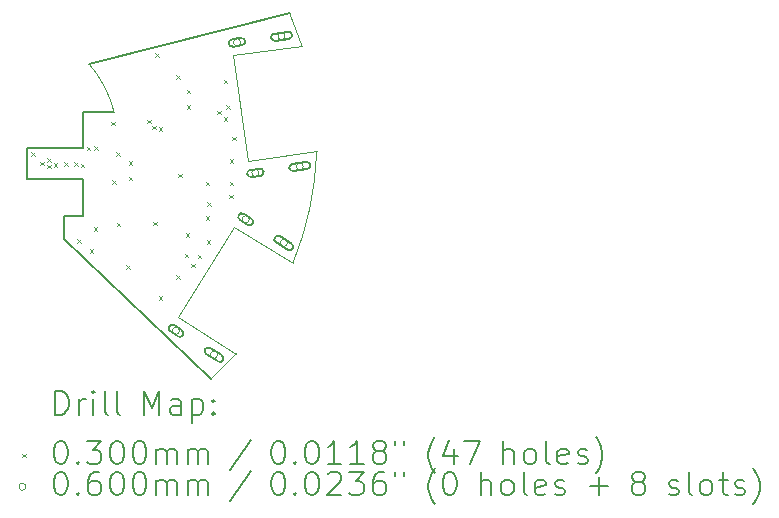
<source format=gbr>
%TF.GenerationSoftware,KiCad,Pcbnew,(7.0.0-0)*%
%TF.CreationDate,2024-01-25T23:02:35+08:00*%
%TF.ProjectId,SWDProgrammer,53574450-726f-4677-9261-6d6d65722e6b,rev?*%
%TF.SameCoordinates,Original*%
%TF.FileFunction,Drillmap*%
%TF.FilePolarity,Positive*%
%FSLAX45Y45*%
G04 Gerber Fmt 4.5, Leading zero omitted, Abs format (unit mm)*
G04 Created by KiCad (PCBNEW (7.0.0-0)) date 2024-01-25 23:02:35*
%MOMM*%
%LPD*%
G01*
G04 APERTURE LIST*
%ADD10C,0.100000*%
%ADD11C,0.150000*%
%ADD12C,0.200000*%
%ADD13C,0.030000*%
%ADD14C,0.060000*%
G04 APERTURE END LIST*
D10*
X14991280Y-5266442D02*
X15117694Y-6162457D01*
X14523280Y-7483485D02*
X15002475Y-6716741D01*
D11*
X13564998Y-6817501D02*
X14807443Y-8008270D01*
D10*
X15700666Y-6080020D02*
X15117694Y-6162457D01*
D11*
X13247500Y-6315001D02*
X13247500Y-6047501D01*
X13724998Y-6625001D02*
X13724998Y-6315001D01*
D10*
X15700000Y-6100000D02*
G75*
G03*
X15700666Y-6080020I-2696880J99900D01*
G01*
X15576364Y-5186151D02*
G75*
G03*
X15473045Y-4911860I-2576374J-813859D01*
G01*
D11*
X13564998Y-6817501D02*
X13564998Y-6625001D01*
X13724998Y-6047501D02*
X13724998Y-5742501D01*
X13564998Y-6625001D02*
X13724998Y-6625001D01*
D10*
X15002475Y-6716741D02*
X15500294Y-7023977D01*
D11*
X13984998Y-5742501D02*
X13724998Y-5742501D01*
D10*
X15576364Y-5186151D02*
X14991280Y-5266442D01*
X14807443Y-8008270D02*
G75*
G03*
X15022146Y-7791901I-1802433J2003260D01*
G01*
X15500294Y-7023977D02*
G75*
G03*
X15700000Y-6100000I-2500294J1023977D01*
G01*
D11*
X13773562Y-5338086D02*
X15473045Y-4911860D01*
D10*
X13984998Y-5742501D02*
G75*
G03*
X13773562Y-5338086I-984998J-257499D01*
G01*
D11*
X13247500Y-6047501D02*
X13724998Y-6047501D01*
D10*
X15022146Y-7791901D02*
X14523280Y-7483485D01*
D11*
X13247500Y-6315001D02*
X13724998Y-6315001D01*
D12*
D13*
X13282500Y-6085000D02*
X13312500Y-6115000D01*
X13312500Y-6085000D02*
X13282500Y-6115000D01*
X13362500Y-6167500D02*
X13392500Y-6197500D01*
X13392500Y-6167500D02*
X13362500Y-6197500D01*
X13420000Y-6192500D02*
X13450000Y-6222500D01*
X13450000Y-6192500D02*
X13420000Y-6222500D01*
X13420000Y-6137550D02*
X13450000Y-6167550D01*
X13450000Y-6137550D02*
X13420000Y-6167550D01*
X13473456Y-6179772D02*
X13503456Y-6209772D01*
X13503456Y-6179772D02*
X13473456Y-6209772D01*
X13563550Y-6173578D02*
X13593550Y-6203578D01*
X13593550Y-6173578D02*
X13563550Y-6203578D01*
X13647500Y-6172450D02*
X13677500Y-6202450D01*
X13677500Y-6172450D02*
X13647500Y-6202450D01*
X13675000Y-6825000D02*
X13705000Y-6855000D01*
X13705000Y-6825000D02*
X13675000Y-6855000D01*
X13705000Y-6182500D02*
X13735000Y-6212500D01*
X13735000Y-6182500D02*
X13705000Y-6212500D01*
X13755000Y-6040000D02*
X13785000Y-6070000D01*
X13785000Y-6040000D02*
X13755000Y-6070000D01*
X13780000Y-6910000D02*
X13810000Y-6940000D01*
X13810000Y-6910000D02*
X13780000Y-6940000D01*
X13815000Y-6720000D02*
X13845000Y-6750000D01*
X13845000Y-6720000D02*
X13815000Y-6750000D01*
X13817500Y-6035000D02*
X13847500Y-6065000D01*
X13847500Y-6035000D02*
X13817500Y-6065000D01*
X13960000Y-5829950D02*
X13990000Y-5859950D01*
X13990000Y-5829950D02*
X13960000Y-5859950D01*
X13970000Y-6325000D02*
X14000000Y-6355000D01*
X14000000Y-6325000D02*
X13970000Y-6355000D01*
X14005000Y-6085000D02*
X14035000Y-6115000D01*
X14035000Y-6085000D02*
X14005000Y-6115000D01*
X14010000Y-6685000D02*
X14040000Y-6715000D01*
X14040000Y-6685000D02*
X14010000Y-6715000D01*
X14090000Y-7045000D02*
X14120000Y-7075000D01*
X14120000Y-7045000D02*
X14090000Y-7075000D01*
X14110000Y-6165000D02*
X14140000Y-6195000D01*
X14140000Y-6165000D02*
X14110000Y-6195000D01*
X14110000Y-6295000D02*
X14140000Y-6325000D01*
X14140000Y-6295000D02*
X14110000Y-6325000D01*
X14267000Y-5810000D02*
X14297000Y-5840000D01*
X14297000Y-5810000D02*
X14267000Y-5840000D01*
X14308321Y-5864566D02*
X14338321Y-5894566D01*
X14338321Y-5864566D02*
X14308321Y-5894566D01*
X14315000Y-6675000D02*
X14345000Y-6705000D01*
X14345000Y-6675000D02*
X14315000Y-6705000D01*
X14332500Y-5250000D02*
X14362500Y-5280000D01*
X14362500Y-5250000D02*
X14332500Y-5280000D01*
X14362184Y-5875441D02*
X14392184Y-5905441D01*
X14392184Y-5875441D02*
X14362184Y-5905441D01*
X14365000Y-7305000D02*
X14395000Y-7335000D01*
X14395000Y-7305000D02*
X14365000Y-7335000D01*
X14510000Y-5435000D02*
X14540000Y-5465000D01*
X14540000Y-5435000D02*
X14510000Y-5465000D01*
X14510000Y-7130000D02*
X14540000Y-7160000D01*
X14540000Y-7130000D02*
X14510000Y-7160000D01*
X14530000Y-6270000D02*
X14560000Y-6300000D01*
X14560000Y-6270000D02*
X14530000Y-6300000D01*
X14585000Y-6945000D02*
X14615000Y-6975000D01*
X14615000Y-6945000D02*
X14585000Y-6975000D01*
X14592500Y-6775000D02*
X14622500Y-6805000D01*
X14622500Y-6775000D02*
X14592500Y-6805000D01*
X14600000Y-5690000D02*
X14630000Y-5720000D01*
X14630000Y-5690000D02*
X14600000Y-5720000D01*
X14602500Y-5557500D02*
X14632500Y-5587500D01*
X14632500Y-5557500D02*
X14602500Y-5587500D01*
X14640000Y-7030000D02*
X14670000Y-7060000D01*
X14670000Y-7030000D02*
X14640000Y-7060000D01*
X14695000Y-6955000D02*
X14725000Y-6985000D01*
X14725000Y-6955000D02*
X14695000Y-6985000D01*
X14760000Y-6335000D02*
X14790000Y-6365000D01*
X14790000Y-6335000D02*
X14760000Y-6365000D01*
X14760000Y-6630000D02*
X14790000Y-6660000D01*
X14790000Y-6630000D02*
X14760000Y-6660000D01*
X14770000Y-6830000D02*
X14800000Y-6860000D01*
X14800000Y-6830000D02*
X14770000Y-6860000D01*
X14775000Y-6512500D02*
X14805000Y-6542500D01*
X14805000Y-6512500D02*
X14775000Y-6542500D01*
X14860000Y-5735000D02*
X14890000Y-5765000D01*
X14890000Y-5735000D02*
X14860000Y-5765000D01*
X14915000Y-5475000D02*
X14945000Y-5505000D01*
X14945000Y-5475000D02*
X14915000Y-5505000D01*
X14915000Y-5790000D02*
X14945000Y-5820000D01*
X14945000Y-5790000D02*
X14915000Y-5820000D01*
X14935000Y-5690000D02*
X14965000Y-5720000D01*
X14965000Y-5690000D02*
X14935000Y-5720000D01*
X14960000Y-6445000D02*
X14990000Y-6475000D01*
X14990000Y-6445000D02*
X14960000Y-6475000D01*
X14965000Y-6145000D02*
X14995000Y-6175000D01*
X14995000Y-6145000D02*
X14965000Y-6175000D01*
X14965000Y-6335000D02*
X14995000Y-6365000D01*
X14995000Y-6335000D02*
X14965000Y-6365000D01*
X14985000Y-5955000D02*
X15015000Y-5985000D01*
X15015000Y-5955000D02*
X14985000Y-5985000D01*
D14*
X14539422Y-7600172D02*
G75*
G03*
X14539422Y-7600172I-30000J0D01*
G01*
D12*
X14459602Y-7604417D02*
X14527446Y-7646810D01*
X14527446Y-7646810D02*
G75*
G03*
X14559241Y-7595928I15898J25441D01*
G01*
X14559241Y-7595927D02*
X14491397Y-7553534D01*
X14491397Y-7553534D02*
G75*
G03*
X14459602Y-7604417I-15898J-25441D01*
G01*
D14*
X14861680Y-7801542D02*
G75*
G03*
X14861680Y-7801542I-30000J0D01*
G01*
D12*
X14764899Y-7795188D02*
X14866665Y-7858778D01*
X14866665Y-7858778D02*
G75*
G03*
X14898460Y-7807895I15898J25441D01*
G01*
X14898460Y-7807895D02*
X14796694Y-7744305D01*
X14796694Y-7744305D02*
G75*
G03*
X14764899Y-7795188I-15898J-25441D01*
G01*
D14*
X15056626Y-5156673D02*
G75*
G03*
X15056626Y-5156673I-30000J0D01*
G01*
D12*
X14991190Y-5191948D02*
X15070411Y-5180814D01*
X15070411Y-5180814D02*
G75*
G03*
X15062061Y-5121398I-4175J29708D01*
G01*
X15062061Y-5121398D02*
X14982840Y-5132532D01*
X14982840Y-5132532D02*
G75*
G03*
X14991190Y-5191948I4175J-29708D01*
G01*
D14*
X15130329Y-6654522D02*
G75*
G03*
X15130329Y-6654522I-30000J0D01*
G01*
D12*
X15050510Y-6658767D02*
X15118353Y-6701160D01*
X15118353Y-6701160D02*
G75*
G03*
X15150149Y-6650278I15898J25441D01*
G01*
X15150149Y-6650278D02*
X15082305Y-6607884D01*
X15082305Y-6607884D02*
G75*
G03*
X15050510Y-6658767I-15898J-25441D01*
G01*
D14*
X15211816Y-6260911D02*
G75*
G03*
X15211816Y-6260911I-30000J0D01*
G01*
D12*
X15146381Y-6296186D02*
X15225602Y-6285052D01*
X15225602Y-6285052D02*
G75*
G03*
X15217252Y-6225636I-4175J29708D01*
G01*
X15217252Y-6225636D02*
X15138030Y-6236769D01*
X15138030Y-6236769D02*
G75*
G03*
X15146381Y-6296185I4175J-29708D01*
G01*
D14*
X15432932Y-5103817D02*
G75*
G03*
X15432932Y-5103817I-30000J0D01*
G01*
D12*
X15347691Y-5141875D02*
X15466523Y-5125174D01*
X15466523Y-5125174D02*
G75*
G03*
X15458173Y-5065758I-4175J29708D01*
G01*
X15458173Y-5065758D02*
X15339340Y-5082459D01*
X15339340Y-5082459D02*
G75*
G03*
X15347691Y-5141875I4175J-29708D01*
G01*
D14*
X15452572Y-6855917D02*
G75*
G03*
X15452572Y-6855917I-30000J0D01*
G01*
D12*
X15355791Y-6849563D02*
X15457557Y-6913154D01*
X15457557Y-6913154D02*
G75*
G03*
X15489352Y-6862271I15898J25441D01*
G01*
X15489352Y-6862271D02*
X15387586Y-6798680D01*
X15387586Y-6798680D02*
G75*
G03*
X15355791Y-6849563I-15898J-25441D01*
G01*
D14*
X15588118Y-6208025D02*
G75*
G03*
X15588118Y-6208025I-30000J0D01*
G01*
D12*
X15502877Y-6246083D02*
X15621709Y-6229383D01*
X15621709Y-6229382D02*
G75*
G03*
X15613359Y-6169966I-4175J29708D01*
G01*
X15613359Y-6169966D02*
X15494527Y-6186667D01*
X15494527Y-6186667D02*
G75*
G03*
X15502877Y-6246083I4175J-29708D01*
G01*
X13487619Y-8309246D02*
X13487619Y-8109246D01*
X13487619Y-8109246D02*
X13535238Y-8109246D01*
X13535238Y-8109246D02*
X13563809Y-8118770D01*
X13563809Y-8118770D02*
X13582857Y-8137818D01*
X13582857Y-8137818D02*
X13592381Y-8156865D01*
X13592381Y-8156865D02*
X13601905Y-8194961D01*
X13601905Y-8194961D02*
X13601905Y-8223532D01*
X13601905Y-8223532D02*
X13592381Y-8261627D01*
X13592381Y-8261627D02*
X13582857Y-8280675D01*
X13582857Y-8280675D02*
X13563809Y-8299722D01*
X13563809Y-8299722D02*
X13535238Y-8309246D01*
X13535238Y-8309246D02*
X13487619Y-8309246D01*
X13687619Y-8309246D02*
X13687619Y-8175913D01*
X13687619Y-8214008D02*
X13697143Y-8194961D01*
X13697143Y-8194961D02*
X13706666Y-8185437D01*
X13706666Y-8185437D02*
X13725714Y-8175913D01*
X13725714Y-8175913D02*
X13744762Y-8175913D01*
X13811428Y-8309246D02*
X13811428Y-8175913D01*
X13811428Y-8109246D02*
X13801905Y-8118770D01*
X13801905Y-8118770D02*
X13811428Y-8128294D01*
X13811428Y-8128294D02*
X13820952Y-8118770D01*
X13820952Y-8118770D02*
X13811428Y-8109246D01*
X13811428Y-8109246D02*
X13811428Y-8128294D01*
X13935238Y-8309246D02*
X13916190Y-8299722D01*
X13916190Y-8299722D02*
X13906666Y-8280675D01*
X13906666Y-8280675D02*
X13906666Y-8109246D01*
X14040000Y-8309246D02*
X14020952Y-8299722D01*
X14020952Y-8299722D02*
X14011428Y-8280675D01*
X14011428Y-8280675D02*
X14011428Y-8109246D01*
X14236190Y-8309246D02*
X14236190Y-8109246D01*
X14236190Y-8109246D02*
X14302857Y-8252103D01*
X14302857Y-8252103D02*
X14369524Y-8109246D01*
X14369524Y-8109246D02*
X14369524Y-8309246D01*
X14550476Y-8309246D02*
X14550476Y-8204484D01*
X14550476Y-8204484D02*
X14540952Y-8185437D01*
X14540952Y-8185437D02*
X14521905Y-8175913D01*
X14521905Y-8175913D02*
X14483809Y-8175913D01*
X14483809Y-8175913D02*
X14464762Y-8185437D01*
X14550476Y-8299722D02*
X14531428Y-8309246D01*
X14531428Y-8309246D02*
X14483809Y-8309246D01*
X14483809Y-8309246D02*
X14464762Y-8299722D01*
X14464762Y-8299722D02*
X14455238Y-8280675D01*
X14455238Y-8280675D02*
X14455238Y-8261627D01*
X14455238Y-8261627D02*
X14464762Y-8242580D01*
X14464762Y-8242580D02*
X14483809Y-8233056D01*
X14483809Y-8233056D02*
X14531428Y-8233056D01*
X14531428Y-8233056D02*
X14550476Y-8223532D01*
X14645714Y-8175913D02*
X14645714Y-8375913D01*
X14645714Y-8185437D02*
X14664762Y-8175913D01*
X14664762Y-8175913D02*
X14702857Y-8175913D01*
X14702857Y-8175913D02*
X14721905Y-8185437D01*
X14721905Y-8185437D02*
X14731428Y-8194961D01*
X14731428Y-8194961D02*
X14740952Y-8214008D01*
X14740952Y-8214008D02*
X14740952Y-8271151D01*
X14740952Y-8271151D02*
X14731428Y-8290199D01*
X14731428Y-8290199D02*
X14721905Y-8299722D01*
X14721905Y-8299722D02*
X14702857Y-8309246D01*
X14702857Y-8309246D02*
X14664762Y-8309246D01*
X14664762Y-8309246D02*
X14645714Y-8299722D01*
X14826666Y-8290199D02*
X14836190Y-8299722D01*
X14836190Y-8299722D02*
X14826666Y-8309246D01*
X14826666Y-8309246D02*
X14817143Y-8299722D01*
X14817143Y-8299722D02*
X14826666Y-8290199D01*
X14826666Y-8290199D02*
X14826666Y-8309246D01*
X14826666Y-8185437D02*
X14836190Y-8194961D01*
X14836190Y-8194961D02*
X14826666Y-8204484D01*
X14826666Y-8204484D02*
X14817143Y-8194961D01*
X14817143Y-8194961D02*
X14826666Y-8185437D01*
X14826666Y-8185437D02*
X14826666Y-8204484D01*
D13*
X13210000Y-8640770D02*
X13240000Y-8670770D01*
X13240000Y-8640770D02*
X13210000Y-8670770D01*
D12*
X13525714Y-8529246D02*
X13544762Y-8529246D01*
X13544762Y-8529246D02*
X13563809Y-8538770D01*
X13563809Y-8538770D02*
X13573333Y-8548294D01*
X13573333Y-8548294D02*
X13582857Y-8567342D01*
X13582857Y-8567342D02*
X13592381Y-8605437D01*
X13592381Y-8605437D02*
X13592381Y-8653056D01*
X13592381Y-8653056D02*
X13582857Y-8691151D01*
X13582857Y-8691151D02*
X13573333Y-8710199D01*
X13573333Y-8710199D02*
X13563809Y-8719723D01*
X13563809Y-8719723D02*
X13544762Y-8729246D01*
X13544762Y-8729246D02*
X13525714Y-8729246D01*
X13525714Y-8729246D02*
X13506666Y-8719723D01*
X13506666Y-8719723D02*
X13497143Y-8710199D01*
X13497143Y-8710199D02*
X13487619Y-8691151D01*
X13487619Y-8691151D02*
X13478095Y-8653056D01*
X13478095Y-8653056D02*
X13478095Y-8605437D01*
X13478095Y-8605437D02*
X13487619Y-8567342D01*
X13487619Y-8567342D02*
X13497143Y-8548294D01*
X13497143Y-8548294D02*
X13506666Y-8538770D01*
X13506666Y-8538770D02*
X13525714Y-8529246D01*
X13678095Y-8710199D02*
X13687619Y-8719723D01*
X13687619Y-8719723D02*
X13678095Y-8729246D01*
X13678095Y-8729246D02*
X13668571Y-8719723D01*
X13668571Y-8719723D02*
X13678095Y-8710199D01*
X13678095Y-8710199D02*
X13678095Y-8729246D01*
X13754286Y-8529246D02*
X13878095Y-8529246D01*
X13878095Y-8529246D02*
X13811428Y-8605437D01*
X13811428Y-8605437D02*
X13840000Y-8605437D01*
X13840000Y-8605437D02*
X13859047Y-8614961D01*
X13859047Y-8614961D02*
X13868571Y-8624484D01*
X13868571Y-8624484D02*
X13878095Y-8643532D01*
X13878095Y-8643532D02*
X13878095Y-8691151D01*
X13878095Y-8691151D02*
X13868571Y-8710199D01*
X13868571Y-8710199D02*
X13859047Y-8719723D01*
X13859047Y-8719723D02*
X13840000Y-8729246D01*
X13840000Y-8729246D02*
X13782857Y-8729246D01*
X13782857Y-8729246D02*
X13763809Y-8719723D01*
X13763809Y-8719723D02*
X13754286Y-8710199D01*
X14001905Y-8529246D02*
X14020952Y-8529246D01*
X14020952Y-8529246D02*
X14040000Y-8538770D01*
X14040000Y-8538770D02*
X14049524Y-8548294D01*
X14049524Y-8548294D02*
X14059047Y-8567342D01*
X14059047Y-8567342D02*
X14068571Y-8605437D01*
X14068571Y-8605437D02*
X14068571Y-8653056D01*
X14068571Y-8653056D02*
X14059047Y-8691151D01*
X14059047Y-8691151D02*
X14049524Y-8710199D01*
X14049524Y-8710199D02*
X14040000Y-8719723D01*
X14040000Y-8719723D02*
X14020952Y-8729246D01*
X14020952Y-8729246D02*
X14001905Y-8729246D01*
X14001905Y-8729246D02*
X13982857Y-8719723D01*
X13982857Y-8719723D02*
X13973333Y-8710199D01*
X13973333Y-8710199D02*
X13963809Y-8691151D01*
X13963809Y-8691151D02*
X13954286Y-8653056D01*
X13954286Y-8653056D02*
X13954286Y-8605437D01*
X13954286Y-8605437D02*
X13963809Y-8567342D01*
X13963809Y-8567342D02*
X13973333Y-8548294D01*
X13973333Y-8548294D02*
X13982857Y-8538770D01*
X13982857Y-8538770D02*
X14001905Y-8529246D01*
X14192381Y-8529246D02*
X14211428Y-8529246D01*
X14211428Y-8529246D02*
X14230476Y-8538770D01*
X14230476Y-8538770D02*
X14240000Y-8548294D01*
X14240000Y-8548294D02*
X14249524Y-8567342D01*
X14249524Y-8567342D02*
X14259047Y-8605437D01*
X14259047Y-8605437D02*
X14259047Y-8653056D01*
X14259047Y-8653056D02*
X14249524Y-8691151D01*
X14249524Y-8691151D02*
X14240000Y-8710199D01*
X14240000Y-8710199D02*
X14230476Y-8719723D01*
X14230476Y-8719723D02*
X14211428Y-8729246D01*
X14211428Y-8729246D02*
X14192381Y-8729246D01*
X14192381Y-8729246D02*
X14173333Y-8719723D01*
X14173333Y-8719723D02*
X14163809Y-8710199D01*
X14163809Y-8710199D02*
X14154286Y-8691151D01*
X14154286Y-8691151D02*
X14144762Y-8653056D01*
X14144762Y-8653056D02*
X14144762Y-8605437D01*
X14144762Y-8605437D02*
X14154286Y-8567342D01*
X14154286Y-8567342D02*
X14163809Y-8548294D01*
X14163809Y-8548294D02*
X14173333Y-8538770D01*
X14173333Y-8538770D02*
X14192381Y-8529246D01*
X14344762Y-8729246D02*
X14344762Y-8595913D01*
X14344762Y-8614961D02*
X14354286Y-8605437D01*
X14354286Y-8605437D02*
X14373333Y-8595913D01*
X14373333Y-8595913D02*
X14401905Y-8595913D01*
X14401905Y-8595913D02*
X14420952Y-8605437D01*
X14420952Y-8605437D02*
X14430476Y-8624484D01*
X14430476Y-8624484D02*
X14430476Y-8729246D01*
X14430476Y-8624484D02*
X14440000Y-8605437D01*
X14440000Y-8605437D02*
X14459047Y-8595913D01*
X14459047Y-8595913D02*
X14487619Y-8595913D01*
X14487619Y-8595913D02*
X14506667Y-8605437D01*
X14506667Y-8605437D02*
X14516190Y-8624484D01*
X14516190Y-8624484D02*
X14516190Y-8729246D01*
X14611428Y-8729246D02*
X14611428Y-8595913D01*
X14611428Y-8614961D02*
X14620952Y-8605437D01*
X14620952Y-8605437D02*
X14640000Y-8595913D01*
X14640000Y-8595913D02*
X14668571Y-8595913D01*
X14668571Y-8595913D02*
X14687619Y-8605437D01*
X14687619Y-8605437D02*
X14697143Y-8624484D01*
X14697143Y-8624484D02*
X14697143Y-8729246D01*
X14697143Y-8624484D02*
X14706667Y-8605437D01*
X14706667Y-8605437D02*
X14725714Y-8595913D01*
X14725714Y-8595913D02*
X14754286Y-8595913D01*
X14754286Y-8595913D02*
X14773333Y-8605437D01*
X14773333Y-8605437D02*
X14782857Y-8624484D01*
X14782857Y-8624484D02*
X14782857Y-8729246D01*
X15140952Y-8519723D02*
X14969524Y-8776865D01*
X15365714Y-8529246D02*
X15384762Y-8529246D01*
X15384762Y-8529246D02*
X15403809Y-8538770D01*
X15403809Y-8538770D02*
X15413333Y-8548294D01*
X15413333Y-8548294D02*
X15422857Y-8567342D01*
X15422857Y-8567342D02*
X15432381Y-8605437D01*
X15432381Y-8605437D02*
X15432381Y-8653056D01*
X15432381Y-8653056D02*
X15422857Y-8691151D01*
X15422857Y-8691151D02*
X15413333Y-8710199D01*
X15413333Y-8710199D02*
X15403809Y-8719723D01*
X15403809Y-8719723D02*
X15384762Y-8729246D01*
X15384762Y-8729246D02*
X15365714Y-8729246D01*
X15365714Y-8729246D02*
X15346667Y-8719723D01*
X15346667Y-8719723D02*
X15337143Y-8710199D01*
X15337143Y-8710199D02*
X15327619Y-8691151D01*
X15327619Y-8691151D02*
X15318095Y-8653056D01*
X15318095Y-8653056D02*
X15318095Y-8605437D01*
X15318095Y-8605437D02*
X15327619Y-8567342D01*
X15327619Y-8567342D02*
X15337143Y-8548294D01*
X15337143Y-8548294D02*
X15346667Y-8538770D01*
X15346667Y-8538770D02*
X15365714Y-8529246D01*
X15518095Y-8710199D02*
X15527619Y-8719723D01*
X15527619Y-8719723D02*
X15518095Y-8729246D01*
X15518095Y-8729246D02*
X15508571Y-8719723D01*
X15508571Y-8719723D02*
X15518095Y-8710199D01*
X15518095Y-8710199D02*
X15518095Y-8729246D01*
X15651428Y-8529246D02*
X15670476Y-8529246D01*
X15670476Y-8529246D02*
X15689524Y-8538770D01*
X15689524Y-8538770D02*
X15699048Y-8548294D01*
X15699048Y-8548294D02*
X15708571Y-8567342D01*
X15708571Y-8567342D02*
X15718095Y-8605437D01*
X15718095Y-8605437D02*
X15718095Y-8653056D01*
X15718095Y-8653056D02*
X15708571Y-8691151D01*
X15708571Y-8691151D02*
X15699048Y-8710199D01*
X15699048Y-8710199D02*
X15689524Y-8719723D01*
X15689524Y-8719723D02*
X15670476Y-8729246D01*
X15670476Y-8729246D02*
X15651428Y-8729246D01*
X15651428Y-8729246D02*
X15632381Y-8719723D01*
X15632381Y-8719723D02*
X15622857Y-8710199D01*
X15622857Y-8710199D02*
X15613333Y-8691151D01*
X15613333Y-8691151D02*
X15603809Y-8653056D01*
X15603809Y-8653056D02*
X15603809Y-8605437D01*
X15603809Y-8605437D02*
X15613333Y-8567342D01*
X15613333Y-8567342D02*
X15622857Y-8548294D01*
X15622857Y-8548294D02*
X15632381Y-8538770D01*
X15632381Y-8538770D02*
X15651428Y-8529246D01*
X15908571Y-8729246D02*
X15794286Y-8729246D01*
X15851428Y-8729246D02*
X15851428Y-8529246D01*
X15851428Y-8529246D02*
X15832381Y-8557818D01*
X15832381Y-8557818D02*
X15813333Y-8576865D01*
X15813333Y-8576865D02*
X15794286Y-8586389D01*
X16099048Y-8729246D02*
X15984762Y-8729246D01*
X16041905Y-8729246D02*
X16041905Y-8529246D01*
X16041905Y-8529246D02*
X16022857Y-8557818D01*
X16022857Y-8557818D02*
X16003809Y-8576865D01*
X16003809Y-8576865D02*
X15984762Y-8586389D01*
X16213333Y-8614961D02*
X16194286Y-8605437D01*
X16194286Y-8605437D02*
X16184762Y-8595913D01*
X16184762Y-8595913D02*
X16175238Y-8576865D01*
X16175238Y-8576865D02*
X16175238Y-8567342D01*
X16175238Y-8567342D02*
X16184762Y-8548294D01*
X16184762Y-8548294D02*
X16194286Y-8538770D01*
X16194286Y-8538770D02*
X16213333Y-8529246D01*
X16213333Y-8529246D02*
X16251429Y-8529246D01*
X16251429Y-8529246D02*
X16270476Y-8538770D01*
X16270476Y-8538770D02*
X16280000Y-8548294D01*
X16280000Y-8548294D02*
X16289524Y-8567342D01*
X16289524Y-8567342D02*
X16289524Y-8576865D01*
X16289524Y-8576865D02*
X16280000Y-8595913D01*
X16280000Y-8595913D02*
X16270476Y-8605437D01*
X16270476Y-8605437D02*
X16251429Y-8614961D01*
X16251429Y-8614961D02*
X16213333Y-8614961D01*
X16213333Y-8614961D02*
X16194286Y-8624484D01*
X16194286Y-8624484D02*
X16184762Y-8634008D01*
X16184762Y-8634008D02*
X16175238Y-8653056D01*
X16175238Y-8653056D02*
X16175238Y-8691151D01*
X16175238Y-8691151D02*
X16184762Y-8710199D01*
X16184762Y-8710199D02*
X16194286Y-8719723D01*
X16194286Y-8719723D02*
X16213333Y-8729246D01*
X16213333Y-8729246D02*
X16251429Y-8729246D01*
X16251429Y-8729246D02*
X16270476Y-8719723D01*
X16270476Y-8719723D02*
X16280000Y-8710199D01*
X16280000Y-8710199D02*
X16289524Y-8691151D01*
X16289524Y-8691151D02*
X16289524Y-8653056D01*
X16289524Y-8653056D02*
X16280000Y-8634008D01*
X16280000Y-8634008D02*
X16270476Y-8624484D01*
X16270476Y-8624484D02*
X16251429Y-8614961D01*
X16365714Y-8529246D02*
X16365714Y-8567342D01*
X16441905Y-8529246D02*
X16441905Y-8567342D01*
X16704762Y-8805437D02*
X16695238Y-8795913D01*
X16695238Y-8795913D02*
X16676190Y-8767342D01*
X16676190Y-8767342D02*
X16666667Y-8748294D01*
X16666667Y-8748294D02*
X16657143Y-8719723D01*
X16657143Y-8719723D02*
X16647619Y-8672104D01*
X16647619Y-8672104D02*
X16647619Y-8634008D01*
X16647619Y-8634008D02*
X16657143Y-8586389D01*
X16657143Y-8586389D02*
X16666667Y-8557818D01*
X16666667Y-8557818D02*
X16676190Y-8538770D01*
X16676190Y-8538770D02*
X16695238Y-8510199D01*
X16695238Y-8510199D02*
X16704762Y-8500675D01*
X16866667Y-8595913D02*
X16866667Y-8729246D01*
X16819048Y-8519723D02*
X16771429Y-8662580D01*
X16771429Y-8662580D02*
X16895238Y-8662580D01*
X16952381Y-8529246D02*
X17085714Y-8529246D01*
X17085714Y-8529246D02*
X17000000Y-8729246D01*
X17281905Y-8729246D02*
X17281905Y-8529246D01*
X17367619Y-8729246D02*
X17367619Y-8624484D01*
X17367619Y-8624484D02*
X17358095Y-8605437D01*
X17358095Y-8605437D02*
X17339048Y-8595913D01*
X17339048Y-8595913D02*
X17310476Y-8595913D01*
X17310476Y-8595913D02*
X17291429Y-8605437D01*
X17291429Y-8605437D02*
X17281905Y-8614961D01*
X17491429Y-8729246D02*
X17472381Y-8719723D01*
X17472381Y-8719723D02*
X17462857Y-8710199D01*
X17462857Y-8710199D02*
X17453333Y-8691151D01*
X17453333Y-8691151D02*
X17453333Y-8634008D01*
X17453333Y-8634008D02*
X17462857Y-8614961D01*
X17462857Y-8614961D02*
X17472381Y-8605437D01*
X17472381Y-8605437D02*
X17491429Y-8595913D01*
X17491429Y-8595913D02*
X17520000Y-8595913D01*
X17520000Y-8595913D02*
X17539048Y-8605437D01*
X17539048Y-8605437D02*
X17548572Y-8614961D01*
X17548572Y-8614961D02*
X17558095Y-8634008D01*
X17558095Y-8634008D02*
X17558095Y-8691151D01*
X17558095Y-8691151D02*
X17548572Y-8710199D01*
X17548572Y-8710199D02*
X17539048Y-8719723D01*
X17539048Y-8719723D02*
X17520000Y-8729246D01*
X17520000Y-8729246D02*
X17491429Y-8729246D01*
X17672381Y-8729246D02*
X17653333Y-8719723D01*
X17653333Y-8719723D02*
X17643810Y-8700675D01*
X17643810Y-8700675D02*
X17643810Y-8529246D01*
X17824762Y-8719723D02*
X17805714Y-8729246D01*
X17805714Y-8729246D02*
X17767619Y-8729246D01*
X17767619Y-8729246D02*
X17748572Y-8719723D01*
X17748572Y-8719723D02*
X17739048Y-8700675D01*
X17739048Y-8700675D02*
X17739048Y-8624484D01*
X17739048Y-8624484D02*
X17748572Y-8605437D01*
X17748572Y-8605437D02*
X17767619Y-8595913D01*
X17767619Y-8595913D02*
X17805714Y-8595913D01*
X17805714Y-8595913D02*
X17824762Y-8605437D01*
X17824762Y-8605437D02*
X17834286Y-8624484D01*
X17834286Y-8624484D02*
X17834286Y-8643532D01*
X17834286Y-8643532D02*
X17739048Y-8662580D01*
X17910476Y-8719723D02*
X17929524Y-8729246D01*
X17929524Y-8729246D02*
X17967619Y-8729246D01*
X17967619Y-8729246D02*
X17986667Y-8719723D01*
X17986667Y-8719723D02*
X17996191Y-8700675D01*
X17996191Y-8700675D02*
X17996191Y-8691151D01*
X17996191Y-8691151D02*
X17986667Y-8672104D01*
X17986667Y-8672104D02*
X17967619Y-8662580D01*
X17967619Y-8662580D02*
X17939048Y-8662580D01*
X17939048Y-8662580D02*
X17920000Y-8653056D01*
X17920000Y-8653056D02*
X17910476Y-8634008D01*
X17910476Y-8634008D02*
X17910476Y-8624484D01*
X17910476Y-8624484D02*
X17920000Y-8605437D01*
X17920000Y-8605437D02*
X17939048Y-8595913D01*
X17939048Y-8595913D02*
X17967619Y-8595913D01*
X17967619Y-8595913D02*
X17986667Y-8605437D01*
X18062857Y-8805437D02*
X18072381Y-8795913D01*
X18072381Y-8795913D02*
X18091429Y-8767342D01*
X18091429Y-8767342D02*
X18100953Y-8748294D01*
X18100953Y-8748294D02*
X18110476Y-8719723D01*
X18110476Y-8719723D02*
X18120000Y-8672104D01*
X18120000Y-8672104D02*
X18120000Y-8634008D01*
X18120000Y-8634008D02*
X18110476Y-8586389D01*
X18110476Y-8586389D02*
X18100953Y-8557818D01*
X18100953Y-8557818D02*
X18091429Y-8538770D01*
X18091429Y-8538770D02*
X18072381Y-8510199D01*
X18072381Y-8510199D02*
X18062857Y-8500675D01*
D14*
X13240000Y-8919770D02*
G75*
G03*
X13240000Y-8919770I-30000J0D01*
G01*
D12*
X13525714Y-8793246D02*
X13544762Y-8793246D01*
X13544762Y-8793246D02*
X13563809Y-8802770D01*
X13563809Y-8802770D02*
X13573333Y-8812294D01*
X13573333Y-8812294D02*
X13582857Y-8831342D01*
X13582857Y-8831342D02*
X13592381Y-8869437D01*
X13592381Y-8869437D02*
X13592381Y-8917056D01*
X13592381Y-8917056D02*
X13582857Y-8955151D01*
X13582857Y-8955151D02*
X13573333Y-8974199D01*
X13573333Y-8974199D02*
X13563809Y-8983723D01*
X13563809Y-8983723D02*
X13544762Y-8993246D01*
X13544762Y-8993246D02*
X13525714Y-8993246D01*
X13525714Y-8993246D02*
X13506666Y-8983723D01*
X13506666Y-8983723D02*
X13497143Y-8974199D01*
X13497143Y-8974199D02*
X13487619Y-8955151D01*
X13487619Y-8955151D02*
X13478095Y-8917056D01*
X13478095Y-8917056D02*
X13478095Y-8869437D01*
X13478095Y-8869437D02*
X13487619Y-8831342D01*
X13487619Y-8831342D02*
X13497143Y-8812294D01*
X13497143Y-8812294D02*
X13506666Y-8802770D01*
X13506666Y-8802770D02*
X13525714Y-8793246D01*
X13678095Y-8974199D02*
X13687619Y-8983723D01*
X13687619Y-8983723D02*
X13678095Y-8993246D01*
X13678095Y-8993246D02*
X13668571Y-8983723D01*
X13668571Y-8983723D02*
X13678095Y-8974199D01*
X13678095Y-8974199D02*
X13678095Y-8993246D01*
X13859047Y-8793246D02*
X13820952Y-8793246D01*
X13820952Y-8793246D02*
X13801905Y-8802770D01*
X13801905Y-8802770D02*
X13792381Y-8812294D01*
X13792381Y-8812294D02*
X13773333Y-8840865D01*
X13773333Y-8840865D02*
X13763809Y-8878961D01*
X13763809Y-8878961D02*
X13763809Y-8955151D01*
X13763809Y-8955151D02*
X13773333Y-8974199D01*
X13773333Y-8974199D02*
X13782857Y-8983723D01*
X13782857Y-8983723D02*
X13801905Y-8993246D01*
X13801905Y-8993246D02*
X13840000Y-8993246D01*
X13840000Y-8993246D02*
X13859047Y-8983723D01*
X13859047Y-8983723D02*
X13868571Y-8974199D01*
X13868571Y-8974199D02*
X13878095Y-8955151D01*
X13878095Y-8955151D02*
X13878095Y-8907532D01*
X13878095Y-8907532D02*
X13868571Y-8888484D01*
X13868571Y-8888484D02*
X13859047Y-8878961D01*
X13859047Y-8878961D02*
X13840000Y-8869437D01*
X13840000Y-8869437D02*
X13801905Y-8869437D01*
X13801905Y-8869437D02*
X13782857Y-8878961D01*
X13782857Y-8878961D02*
X13773333Y-8888484D01*
X13773333Y-8888484D02*
X13763809Y-8907532D01*
X14001905Y-8793246D02*
X14020952Y-8793246D01*
X14020952Y-8793246D02*
X14040000Y-8802770D01*
X14040000Y-8802770D02*
X14049524Y-8812294D01*
X14049524Y-8812294D02*
X14059047Y-8831342D01*
X14059047Y-8831342D02*
X14068571Y-8869437D01*
X14068571Y-8869437D02*
X14068571Y-8917056D01*
X14068571Y-8917056D02*
X14059047Y-8955151D01*
X14059047Y-8955151D02*
X14049524Y-8974199D01*
X14049524Y-8974199D02*
X14040000Y-8983723D01*
X14040000Y-8983723D02*
X14020952Y-8993246D01*
X14020952Y-8993246D02*
X14001905Y-8993246D01*
X14001905Y-8993246D02*
X13982857Y-8983723D01*
X13982857Y-8983723D02*
X13973333Y-8974199D01*
X13973333Y-8974199D02*
X13963809Y-8955151D01*
X13963809Y-8955151D02*
X13954286Y-8917056D01*
X13954286Y-8917056D02*
X13954286Y-8869437D01*
X13954286Y-8869437D02*
X13963809Y-8831342D01*
X13963809Y-8831342D02*
X13973333Y-8812294D01*
X13973333Y-8812294D02*
X13982857Y-8802770D01*
X13982857Y-8802770D02*
X14001905Y-8793246D01*
X14192381Y-8793246D02*
X14211428Y-8793246D01*
X14211428Y-8793246D02*
X14230476Y-8802770D01*
X14230476Y-8802770D02*
X14240000Y-8812294D01*
X14240000Y-8812294D02*
X14249524Y-8831342D01*
X14249524Y-8831342D02*
X14259047Y-8869437D01*
X14259047Y-8869437D02*
X14259047Y-8917056D01*
X14259047Y-8917056D02*
X14249524Y-8955151D01*
X14249524Y-8955151D02*
X14240000Y-8974199D01*
X14240000Y-8974199D02*
X14230476Y-8983723D01*
X14230476Y-8983723D02*
X14211428Y-8993246D01*
X14211428Y-8993246D02*
X14192381Y-8993246D01*
X14192381Y-8993246D02*
X14173333Y-8983723D01*
X14173333Y-8983723D02*
X14163809Y-8974199D01*
X14163809Y-8974199D02*
X14154286Y-8955151D01*
X14154286Y-8955151D02*
X14144762Y-8917056D01*
X14144762Y-8917056D02*
X14144762Y-8869437D01*
X14144762Y-8869437D02*
X14154286Y-8831342D01*
X14154286Y-8831342D02*
X14163809Y-8812294D01*
X14163809Y-8812294D02*
X14173333Y-8802770D01*
X14173333Y-8802770D02*
X14192381Y-8793246D01*
X14344762Y-8993246D02*
X14344762Y-8859913D01*
X14344762Y-8878961D02*
X14354286Y-8869437D01*
X14354286Y-8869437D02*
X14373333Y-8859913D01*
X14373333Y-8859913D02*
X14401905Y-8859913D01*
X14401905Y-8859913D02*
X14420952Y-8869437D01*
X14420952Y-8869437D02*
X14430476Y-8888484D01*
X14430476Y-8888484D02*
X14430476Y-8993246D01*
X14430476Y-8888484D02*
X14440000Y-8869437D01*
X14440000Y-8869437D02*
X14459047Y-8859913D01*
X14459047Y-8859913D02*
X14487619Y-8859913D01*
X14487619Y-8859913D02*
X14506667Y-8869437D01*
X14506667Y-8869437D02*
X14516190Y-8888484D01*
X14516190Y-8888484D02*
X14516190Y-8993246D01*
X14611428Y-8993246D02*
X14611428Y-8859913D01*
X14611428Y-8878961D02*
X14620952Y-8869437D01*
X14620952Y-8869437D02*
X14640000Y-8859913D01*
X14640000Y-8859913D02*
X14668571Y-8859913D01*
X14668571Y-8859913D02*
X14687619Y-8869437D01*
X14687619Y-8869437D02*
X14697143Y-8888484D01*
X14697143Y-8888484D02*
X14697143Y-8993246D01*
X14697143Y-8888484D02*
X14706667Y-8869437D01*
X14706667Y-8869437D02*
X14725714Y-8859913D01*
X14725714Y-8859913D02*
X14754286Y-8859913D01*
X14754286Y-8859913D02*
X14773333Y-8869437D01*
X14773333Y-8869437D02*
X14782857Y-8888484D01*
X14782857Y-8888484D02*
X14782857Y-8993246D01*
X15140952Y-8783723D02*
X14969524Y-9040865D01*
X15365714Y-8793246D02*
X15384762Y-8793246D01*
X15384762Y-8793246D02*
X15403809Y-8802770D01*
X15403809Y-8802770D02*
X15413333Y-8812294D01*
X15413333Y-8812294D02*
X15422857Y-8831342D01*
X15422857Y-8831342D02*
X15432381Y-8869437D01*
X15432381Y-8869437D02*
X15432381Y-8917056D01*
X15432381Y-8917056D02*
X15422857Y-8955151D01*
X15422857Y-8955151D02*
X15413333Y-8974199D01*
X15413333Y-8974199D02*
X15403809Y-8983723D01*
X15403809Y-8983723D02*
X15384762Y-8993246D01*
X15384762Y-8993246D02*
X15365714Y-8993246D01*
X15365714Y-8993246D02*
X15346667Y-8983723D01*
X15346667Y-8983723D02*
X15337143Y-8974199D01*
X15337143Y-8974199D02*
X15327619Y-8955151D01*
X15327619Y-8955151D02*
X15318095Y-8917056D01*
X15318095Y-8917056D02*
X15318095Y-8869437D01*
X15318095Y-8869437D02*
X15327619Y-8831342D01*
X15327619Y-8831342D02*
X15337143Y-8812294D01*
X15337143Y-8812294D02*
X15346667Y-8802770D01*
X15346667Y-8802770D02*
X15365714Y-8793246D01*
X15518095Y-8974199D02*
X15527619Y-8983723D01*
X15527619Y-8983723D02*
X15518095Y-8993246D01*
X15518095Y-8993246D02*
X15508571Y-8983723D01*
X15508571Y-8983723D02*
X15518095Y-8974199D01*
X15518095Y-8974199D02*
X15518095Y-8993246D01*
X15651428Y-8793246D02*
X15670476Y-8793246D01*
X15670476Y-8793246D02*
X15689524Y-8802770D01*
X15689524Y-8802770D02*
X15699048Y-8812294D01*
X15699048Y-8812294D02*
X15708571Y-8831342D01*
X15708571Y-8831342D02*
X15718095Y-8869437D01*
X15718095Y-8869437D02*
X15718095Y-8917056D01*
X15718095Y-8917056D02*
X15708571Y-8955151D01*
X15708571Y-8955151D02*
X15699048Y-8974199D01*
X15699048Y-8974199D02*
X15689524Y-8983723D01*
X15689524Y-8983723D02*
X15670476Y-8993246D01*
X15670476Y-8993246D02*
X15651428Y-8993246D01*
X15651428Y-8993246D02*
X15632381Y-8983723D01*
X15632381Y-8983723D02*
X15622857Y-8974199D01*
X15622857Y-8974199D02*
X15613333Y-8955151D01*
X15613333Y-8955151D02*
X15603809Y-8917056D01*
X15603809Y-8917056D02*
X15603809Y-8869437D01*
X15603809Y-8869437D02*
X15613333Y-8831342D01*
X15613333Y-8831342D02*
X15622857Y-8812294D01*
X15622857Y-8812294D02*
X15632381Y-8802770D01*
X15632381Y-8802770D02*
X15651428Y-8793246D01*
X15794286Y-8812294D02*
X15803809Y-8802770D01*
X15803809Y-8802770D02*
X15822857Y-8793246D01*
X15822857Y-8793246D02*
X15870476Y-8793246D01*
X15870476Y-8793246D02*
X15889524Y-8802770D01*
X15889524Y-8802770D02*
X15899048Y-8812294D01*
X15899048Y-8812294D02*
X15908571Y-8831342D01*
X15908571Y-8831342D02*
X15908571Y-8850389D01*
X15908571Y-8850389D02*
X15899048Y-8878961D01*
X15899048Y-8878961D02*
X15784762Y-8993246D01*
X15784762Y-8993246D02*
X15908571Y-8993246D01*
X15975238Y-8793246D02*
X16099048Y-8793246D01*
X16099048Y-8793246D02*
X16032381Y-8869437D01*
X16032381Y-8869437D02*
X16060952Y-8869437D01*
X16060952Y-8869437D02*
X16080000Y-8878961D01*
X16080000Y-8878961D02*
X16089524Y-8888484D01*
X16089524Y-8888484D02*
X16099048Y-8907532D01*
X16099048Y-8907532D02*
X16099048Y-8955151D01*
X16099048Y-8955151D02*
X16089524Y-8974199D01*
X16089524Y-8974199D02*
X16080000Y-8983723D01*
X16080000Y-8983723D02*
X16060952Y-8993246D01*
X16060952Y-8993246D02*
X16003809Y-8993246D01*
X16003809Y-8993246D02*
X15984762Y-8983723D01*
X15984762Y-8983723D02*
X15975238Y-8974199D01*
X16270476Y-8793246D02*
X16232381Y-8793246D01*
X16232381Y-8793246D02*
X16213333Y-8802770D01*
X16213333Y-8802770D02*
X16203809Y-8812294D01*
X16203809Y-8812294D02*
X16184762Y-8840865D01*
X16184762Y-8840865D02*
X16175238Y-8878961D01*
X16175238Y-8878961D02*
X16175238Y-8955151D01*
X16175238Y-8955151D02*
X16184762Y-8974199D01*
X16184762Y-8974199D02*
X16194286Y-8983723D01*
X16194286Y-8983723D02*
X16213333Y-8993246D01*
X16213333Y-8993246D02*
X16251429Y-8993246D01*
X16251429Y-8993246D02*
X16270476Y-8983723D01*
X16270476Y-8983723D02*
X16280000Y-8974199D01*
X16280000Y-8974199D02*
X16289524Y-8955151D01*
X16289524Y-8955151D02*
X16289524Y-8907532D01*
X16289524Y-8907532D02*
X16280000Y-8888484D01*
X16280000Y-8888484D02*
X16270476Y-8878961D01*
X16270476Y-8878961D02*
X16251429Y-8869437D01*
X16251429Y-8869437D02*
X16213333Y-8869437D01*
X16213333Y-8869437D02*
X16194286Y-8878961D01*
X16194286Y-8878961D02*
X16184762Y-8888484D01*
X16184762Y-8888484D02*
X16175238Y-8907532D01*
X16365714Y-8793246D02*
X16365714Y-8831342D01*
X16441905Y-8793246D02*
X16441905Y-8831342D01*
X16704762Y-9069437D02*
X16695238Y-9059913D01*
X16695238Y-9059913D02*
X16676190Y-9031342D01*
X16676190Y-9031342D02*
X16666667Y-9012294D01*
X16666667Y-9012294D02*
X16657143Y-8983723D01*
X16657143Y-8983723D02*
X16647619Y-8936104D01*
X16647619Y-8936104D02*
X16647619Y-8898008D01*
X16647619Y-8898008D02*
X16657143Y-8850389D01*
X16657143Y-8850389D02*
X16666667Y-8821818D01*
X16666667Y-8821818D02*
X16676190Y-8802770D01*
X16676190Y-8802770D02*
X16695238Y-8774199D01*
X16695238Y-8774199D02*
X16704762Y-8764675D01*
X16819048Y-8793246D02*
X16838095Y-8793246D01*
X16838095Y-8793246D02*
X16857143Y-8802770D01*
X16857143Y-8802770D02*
X16866667Y-8812294D01*
X16866667Y-8812294D02*
X16876191Y-8831342D01*
X16876191Y-8831342D02*
X16885714Y-8869437D01*
X16885714Y-8869437D02*
X16885714Y-8917056D01*
X16885714Y-8917056D02*
X16876191Y-8955151D01*
X16876191Y-8955151D02*
X16866667Y-8974199D01*
X16866667Y-8974199D02*
X16857143Y-8983723D01*
X16857143Y-8983723D02*
X16838095Y-8993246D01*
X16838095Y-8993246D02*
X16819048Y-8993246D01*
X16819048Y-8993246D02*
X16800000Y-8983723D01*
X16800000Y-8983723D02*
X16790476Y-8974199D01*
X16790476Y-8974199D02*
X16780952Y-8955151D01*
X16780952Y-8955151D02*
X16771429Y-8917056D01*
X16771429Y-8917056D02*
X16771429Y-8869437D01*
X16771429Y-8869437D02*
X16780952Y-8831342D01*
X16780952Y-8831342D02*
X16790476Y-8812294D01*
X16790476Y-8812294D02*
X16800000Y-8802770D01*
X16800000Y-8802770D02*
X16819048Y-8793246D01*
X17091429Y-8993246D02*
X17091429Y-8793246D01*
X17177143Y-8993246D02*
X17177143Y-8888484D01*
X17177143Y-8888484D02*
X17167619Y-8869437D01*
X17167619Y-8869437D02*
X17148572Y-8859913D01*
X17148572Y-8859913D02*
X17120000Y-8859913D01*
X17120000Y-8859913D02*
X17100952Y-8869437D01*
X17100952Y-8869437D02*
X17091429Y-8878961D01*
X17300952Y-8993246D02*
X17281905Y-8983723D01*
X17281905Y-8983723D02*
X17272381Y-8974199D01*
X17272381Y-8974199D02*
X17262857Y-8955151D01*
X17262857Y-8955151D02*
X17262857Y-8898008D01*
X17262857Y-8898008D02*
X17272381Y-8878961D01*
X17272381Y-8878961D02*
X17281905Y-8869437D01*
X17281905Y-8869437D02*
X17300952Y-8859913D01*
X17300952Y-8859913D02*
X17329524Y-8859913D01*
X17329524Y-8859913D02*
X17348572Y-8869437D01*
X17348572Y-8869437D02*
X17358095Y-8878961D01*
X17358095Y-8878961D02*
X17367619Y-8898008D01*
X17367619Y-8898008D02*
X17367619Y-8955151D01*
X17367619Y-8955151D02*
X17358095Y-8974199D01*
X17358095Y-8974199D02*
X17348572Y-8983723D01*
X17348572Y-8983723D02*
X17329524Y-8993246D01*
X17329524Y-8993246D02*
X17300952Y-8993246D01*
X17481905Y-8993246D02*
X17462857Y-8983723D01*
X17462857Y-8983723D02*
X17453333Y-8964675D01*
X17453333Y-8964675D02*
X17453333Y-8793246D01*
X17634286Y-8983723D02*
X17615238Y-8993246D01*
X17615238Y-8993246D02*
X17577143Y-8993246D01*
X17577143Y-8993246D02*
X17558095Y-8983723D01*
X17558095Y-8983723D02*
X17548572Y-8964675D01*
X17548572Y-8964675D02*
X17548572Y-8888484D01*
X17548572Y-8888484D02*
X17558095Y-8869437D01*
X17558095Y-8869437D02*
X17577143Y-8859913D01*
X17577143Y-8859913D02*
X17615238Y-8859913D01*
X17615238Y-8859913D02*
X17634286Y-8869437D01*
X17634286Y-8869437D02*
X17643810Y-8888484D01*
X17643810Y-8888484D02*
X17643810Y-8907532D01*
X17643810Y-8907532D02*
X17548572Y-8926580D01*
X17720000Y-8983723D02*
X17739048Y-8993246D01*
X17739048Y-8993246D02*
X17777143Y-8993246D01*
X17777143Y-8993246D02*
X17796191Y-8983723D01*
X17796191Y-8983723D02*
X17805714Y-8964675D01*
X17805714Y-8964675D02*
X17805714Y-8955151D01*
X17805714Y-8955151D02*
X17796191Y-8936104D01*
X17796191Y-8936104D02*
X17777143Y-8926580D01*
X17777143Y-8926580D02*
X17748572Y-8926580D01*
X17748572Y-8926580D02*
X17729524Y-8917056D01*
X17729524Y-8917056D02*
X17720000Y-8898008D01*
X17720000Y-8898008D02*
X17720000Y-8888484D01*
X17720000Y-8888484D02*
X17729524Y-8869437D01*
X17729524Y-8869437D02*
X17748572Y-8859913D01*
X17748572Y-8859913D02*
X17777143Y-8859913D01*
X17777143Y-8859913D02*
X17796191Y-8869437D01*
X18011429Y-8917056D02*
X18163810Y-8917056D01*
X18087619Y-8993246D02*
X18087619Y-8840865D01*
X18407619Y-8878961D02*
X18388572Y-8869437D01*
X18388572Y-8869437D02*
X18379048Y-8859913D01*
X18379048Y-8859913D02*
X18369524Y-8840865D01*
X18369524Y-8840865D02*
X18369524Y-8831342D01*
X18369524Y-8831342D02*
X18379048Y-8812294D01*
X18379048Y-8812294D02*
X18388572Y-8802770D01*
X18388572Y-8802770D02*
X18407619Y-8793246D01*
X18407619Y-8793246D02*
X18445714Y-8793246D01*
X18445714Y-8793246D02*
X18464762Y-8802770D01*
X18464762Y-8802770D02*
X18474286Y-8812294D01*
X18474286Y-8812294D02*
X18483810Y-8831342D01*
X18483810Y-8831342D02*
X18483810Y-8840865D01*
X18483810Y-8840865D02*
X18474286Y-8859913D01*
X18474286Y-8859913D02*
X18464762Y-8869437D01*
X18464762Y-8869437D02*
X18445714Y-8878961D01*
X18445714Y-8878961D02*
X18407619Y-8878961D01*
X18407619Y-8878961D02*
X18388572Y-8888484D01*
X18388572Y-8888484D02*
X18379048Y-8898008D01*
X18379048Y-8898008D02*
X18369524Y-8917056D01*
X18369524Y-8917056D02*
X18369524Y-8955151D01*
X18369524Y-8955151D02*
X18379048Y-8974199D01*
X18379048Y-8974199D02*
X18388572Y-8983723D01*
X18388572Y-8983723D02*
X18407619Y-8993246D01*
X18407619Y-8993246D02*
X18445714Y-8993246D01*
X18445714Y-8993246D02*
X18464762Y-8983723D01*
X18464762Y-8983723D02*
X18474286Y-8974199D01*
X18474286Y-8974199D02*
X18483810Y-8955151D01*
X18483810Y-8955151D02*
X18483810Y-8917056D01*
X18483810Y-8917056D02*
X18474286Y-8898008D01*
X18474286Y-8898008D02*
X18464762Y-8888484D01*
X18464762Y-8888484D02*
X18445714Y-8878961D01*
X18680000Y-8983723D02*
X18699048Y-8993246D01*
X18699048Y-8993246D02*
X18737143Y-8993246D01*
X18737143Y-8993246D02*
X18756191Y-8983723D01*
X18756191Y-8983723D02*
X18765714Y-8964675D01*
X18765714Y-8964675D02*
X18765714Y-8955151D01*
X18765714Y-8955151D02*
X18756191Y-8936104D01*
X18756191Y-8936104D02*
X18737143Y-8926580D01*
X18737143Y-8926580D02*
X18708572Y-8926580D01*
X18708572Y-8926580D02*
X18689524Y-8917056D01*
X18689524Y-8917056D02*
X18680000Y-8898008D01*
X18680000Y-8898008D02*
X18680000Y-8888484D01*
X18680000Y-8888484D02*
X18689524Y-8869437D01*
X18689524Y-8869437D02*
X18708572Y-8859913D01*
X18708572Y-8859913D02*
X18737143Y-8859913D01*
X18737143Y-8859913D02*
X18756191Y-8869437D01*
X18880000Y-8993246D02*
X18860953Y-8983723D01*
X18860953Y-8983723D02*
X18851429Y-8964675D01*
X18851429Y-8964675D02*
X18851429Y-8793246D01*
X18984762Y-8993246D02*
X18965714Y-8983723D01*
X18965714Y-8983723D02*
X18956191Y-8974199D01*
X18956191Y-8974199D02*
X18946667Y-8955151D01*
X18946667Y-8955151D02*
X18946667Y-8898008D01*
X18946667Y-8898008D02*
X18956191Y-8878961D01*
X18956191Y-8878961D02*
X18965714Y-8869437D01*
X18965714Y-8869437D02*
X18984762Y-8859913D01*
X18984762Y-8859913D02*
X19013334Y-8859913D01*
X19013334Y-8859913D02*
X19032381Y-8869437D01*
X19032381Y-8869437D02*
X19041905Y-8878961D01*
X19041905Y-8878961D02*
X19051429Y-8898008D01*
X19051429Y-8898008D02*
X19051429Y-8955151D01*
X19051429Y-8955151D02*
X19041905Y-8974199D01*
X19041905Y-8974199D02*
X19032381Y-8983723D01*
X19032381Y-8983723D02*
X19013334Y-8993246D01*
X19013334Y-8993246D02*
X18984762Y-8993246D01*
X19108572Y-8859913D02*
X19184762Y-8859913D01*
X19137143Y-8793246D02*
X19137143Y-8964675D01*
X19137143Y-8964675D02*
X19146667Y-8983723D01*
X19146667Y-8983723D02*
X19165714Y-8993246D01*
X19165714Y-8993246D02*
X19184762Y-8993246D01*
X19241905Y-8983723D02*
X19260953Y-8993246D01*
X19260953Y-8993246D02*
X19299048Y-8993246D01*
X19299048Y-8993246D02*
X19318095Y-8983723D01*
X19318095Y-8983723D02*
X19327619Y-8964675D01*
X19327619Y-8964675D02*
X19327619Y-8955151D01*
X19327619Y-8955151D02*
X19318095Y-8936104D01*
X19318095Y-8936104D02*
X19299048Y-8926580D01*
X19299048Y-8926580D02*
X19270476Y-8926580D01*
X19270476Y-8926580D02*
X19251429Y-8917056D01*
X19251429Y-8917056D02*
X19241905Y-8898008D01*
X19241905Y-8898008D02*
X19241905Y-8888484D01*
X19241905Y-8888484D02*
X19251429Y-8869437D01*
X19251429Y-8869437D02*
X19270476Y-8859913D01*
X19270476Y-8859913D02*
X19299048Y-8859913D01*
X19299048Y-8859913D02*
X19318095Y-8869437D01*
X19394286Y-9069437D02*
X19403810Y-9059913D01*
X19403810Y-9059913D02*
X19422857Y-9031342D01*
X19422857Y-9031342D02*
X19432381Y-9012294D01*
X19432381Y-9012294D02*
X19441905Y-8983723D01*
X19441905Y-8983723D02*
X19451429Y-8936104D01*
X19451429Y-8936104D02*
X19451429Y-8898008D01*
X19451429Y-8898008D02*
X19441905Y-8850389D01*
X19441905Y-8850389D02*
X19432381Y-8821818D01*
X19432381Y-8821818D02*
X19422857Y-8802770D01*
X19422857Y-8802770D02*
X19403810Y-8774199D01*
X19403810Y-8774199D02*
X19394286Y-8764675D01*
M02*

</source>
